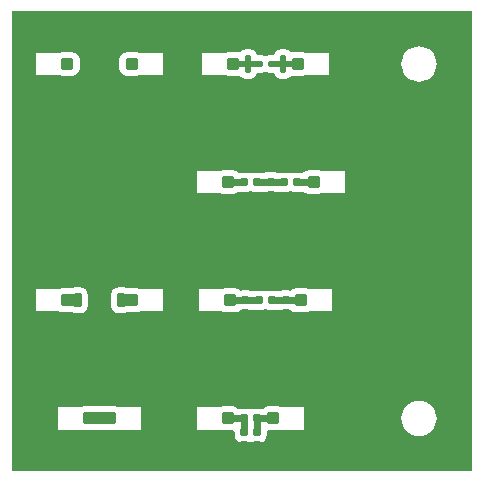
<source format=gtl>
G04*
G04 #@! TF.GenerationSoftware,Altium Limited,CircuitStudio,1.5.2 (30)*
G04*
G04 Layer_Physical_Order=1*
G04 Layer_Color=255*
%FSLAX24Y24*%
%MOIN*%
G70*
G01*
G75*
G04:AMPARAMS|DCode=10|XSize=19.7mil|YSize=19.7mil|CornerRadius=2.5mil|HoleSize=0mil|Usage=FLASHONLY|Rotation=0.000|XOffset=0mil|YOffset=0mil|HoleType=Round|Shape=RoundedRectangle|*
%AMROUNDEDRECTD10*
21,1,0.0197,0.0148,0,0,0.0*
21,1,0.0148,0.0197,0,0,0.0*
1,1,0.0049,0.0074,-0.0074*
1,1,0.0049,-0.0074,-0.0074*
1,1,0.0049,-0.0074,0.0074*
1,1,0.0049,0.0074,0.0074*
%
%ADD10ROUNDEDRECTD10*%
G04:AMPARAMS|DCode=11|XSize=19.7mil|YSize=19.7mil|CornerRadius=2.5mil|HoleSize=0mil|Usage=FLASHONLY|Rotation=270.000|XOffset=0mil|YOffset=0mil|HoleType=Round|Shape=RoundedRectangle|*
%AMROUNDEDRECTD11*
21,1,0.0197,0.0148,0,0,270.0*
21,1,0.0148,0.0197,0,0,270.0*
1,1,0.0049,-0.0074,-0.0074*
1,1,0.0049,-0.0074,0.0074*
1,1,0.0049,0.0074,0.0074*
1,1,0.0049,0.0074,-0.0074*
%
%ADD11ROUNDEDRECTD11*%
G04:AMPARAMS|DCode=12|XSize=41.3mil|YSize=86.6mil|CornerRadius=4.1mil|HoleSize=0mil|Usage=FLASHONLY|Rotation=270.000|XOffset=0mil|YOffset=0mil|HoleType=Round|Shape=RoundedRectangle|*
%AMROUNDEDRECTD12*
21,1,0.0413,0.0783,0,0,270.0*
21,1,0.0331,0.0866,0,0,270.0*
1,1,0.0083,-0.0392,-0.0165*
1,1,0.0083,-0.0392,0.0165*
1,1,0.0083,0.0392,0.0165*
1,1,0.0083,0.0392,-0.0165*
%
%ADD12ROUNDEDRECTD12*%
G04:AMPARAMS|DCode=13|XSize=39.4mil|YSize=41.3mil|CornerRadius=3.9mil|HoleSize=0mil|Usage=FLASHONLY|Rotation=270.000|XOffset=0mil|YOffset=0mil|HoleType=Round|Shape=RoundedRectangle|*
%AMROUNDEDRECTD13*
21,1,0.0394,0.0335,0,0,270.0*
21,1,0.0315,0.0413,0,0,270.0*
1,1,0.0079,-0.0167,-0.0157*
1,1,0.0079,-0.0167,0.0157*
1,1,0.0079,0.0167,0.0157*
1,1,0.0079,0.0167,-0.0157*
%
%ADD13ROUNDEDRECTD13*%
G04:AMPARAMS|DCode=14|XSize=41.3mil|YSize=86.6mil|CornerRadius=2.1mil|HoleSize=0mil|Usage=FLASHONLY|Rotation=270.000|XOffset=0mil|YOffset=0mil|HoleType=Round|Shape=RoundedRectangle|*
%AMROUNDEDRECTD14*
21,1,0.0413,0.0825,0,0,270.0*
21,1,0.0372,0.0866,0,0,270.0*
1,1,0.0041,-0.0412,-0.0186*
1,1,0.0041,-0.0412,0.0186*
1,1,0.0041,0.0412,0.0186*
1,1,0.0041,0.0412,-0.0186*
%
%ADD14ROUNDEDRECTD14*%
G04:AMPARAMS|DCode=15|XSize=39.4mil|YSize=41.3mil|CornerRadius=2mil|HoleSize=0mil|Usage=FLASHONLY|Rotation=270.000|XOffset=0mil|YOffset=0mil|HoleType=Round|Shape=RoundedRectangle|*
%AMROUNDEDRECTD15*
21,1,0.0394,0.0374,0,0,270.0*
21,1,0.0354,0.0413,0,0,270.0*
1,1,0.0039,-0.0187,-0.0177*
1,1,0.0039,-0.0187,0.0177*
1,1,0.0039,0.0187,0.0177*
1,1,0.0039,0.0187,-0.0177*
%
%ADD15ROUNDEDRECTD15*%
G04:AMPARAMS|DCode=16|XSize=27.6mil|YSize=23.6mil|CornerRadius=3mil|HoleSize=0mil|Usage=FLASHONLY|Rotation=0.000|XOffset=0mil|YOffset=0mil|HoleType=Round|Shape=RoundedRectangle|*
%AMROUNDEDRECTD16*
21,1,0.0276,0.0177,0,0,0.0*
21,1,0.0217,0.0236,0,0,0.0*
1,1,0.0059,0.0108,-0.0089*
1,1,0.0059,-0.0108,-0.0089*
1,1,0.0059,-0.0108,0.0089*
1,1,0.0059,0.0108,0.0089*
%
%ADD16ROUNDEDRECTD16*%
G04:AMPARAMS|DCode=17|XSize=27.6mil|YSize=23.6mil|CornerRadius=3mil|HoleSize=0mil|Usage=FLASHONLY|Rotation=270.000|XOffset=0mil|YOffset=0mil|HoleType=Round|Shape=RoundedRectangle|*
%AMROUNDEDRECTD17*
21,1,0.0276,0.0177,0,0,270.0*
21,1,0.0217,0.0236,0,0,270.0*
1,1,0.0059,-0.0089,-0.0108*
1,1,0.0059,-0.0089,0.0108*
1,1,0.0059,0.0089,0.0108*
1,1,0.0059,0.0089,-0.0108*
%
%ADD17ROUNDEDRECTD17*%
G04:AMPARAMS|DCode=18|XSize=19.7mil|YSize=19.7mil|CornerRadius=4.9mil|HoleSize=0mil|Usage=FLASHONLY|Rotation=0.000|XOffset=0mil|YOffset=0mil|HoleType=Round|Shape=RoundedRectangle|*
%AMROUNDEDRECTD18*
21,1,0.0197,0.0098,0,0,0.0*
21,1,0.0098,0.0197,0,0,0.0*
1,1,0.0098,0.0049,-0.0049*
1,1,0.0098,-0.0049,-0.0049*
1,1,0.0098,-0.0049,0.0049*
1,1,0.0098,0.0049,0.0049*
%
%ADD18ROUNDEDRECTD18*%
%ADD19C,0.0197*%
%ADD20C,0.0236*%
%ADD21C,0.0394*%
%ADD22C,0.0276*%
G36*
X15551Y197D02*
X197D01*
Y15551D01*
X15551D01*
Y197D01*
D02*
G37*
%LPC*%
G36*
X3868Y6343D02*
X3770D01*
X3674Y6324D01*
X3592Y6270D01*
X3538Y6189D01*
X3519Y6093D01*
Y5994D01*
X3520Y5989D01*
Y5822D01*
X3519Y5817D01*
Y5719D01*
X3538Y5623D01*
X3592Y5541D01*
X3674Y5487D01*
X3770Y5468D01*
X3868D01*
X3894Y5473D01*
X3909Y5473D01*
X4072Y5507D01*
X4370D01*
X4462Y5526D01*
X4471Y5531D01*
X5236D01*
Y6280D01*
X4471D01*
X4462Y6286D01*
X4370Y6304D01*
X4072D01*
X3909Y6338D01*
X3894Y6338D01*
X3868Y6343D01*
D02*
G37*
G36*
X13780Y2562D02*
X13664Y2551D01*
X13552Y2517D01*
X13450Y2462D01*
X13360Y2388D01*
X13286Y2298D01*
X13231Y2196D01*
X13198Y2084D01*
X13186Y1969D01*
X13198Y1853D01*
X13231Y1741D01*
X13286Y1639D01*
X13360Y1549D01*
X13450Y1475D01*
X13552Y1420D01*
X13664Y1387D01*
X13780Y1375D01*
X13895Y1387D01*
X14007Y1420D01*
X14109Y1475D01*
X14199Y1549D01*
X14273Y1639D01*
X14328Y1741D01*
X14362Y1853D01*
X14373Y1969D01*
X14362Y2084D01*
X14328Y2196D01*
X14273Y2298D01*
X14199Y2388D01*
X14109Y2462D01*
X14007Y2517D01*
X13895Y2551D01*
X13780Y2562D01*
D02*
G37*
G36*
X9094Y2367D02*
X8760D01*
X8668Y2349D01*
X8590Y2296D01*
X8583Y2286D01*
X8503D01*
X8494Y2288D01*
X8278D01*
X8189Y2270D01*
X8169Y2257D01*
X8149Y2270D01*
X8061Y2288D01*
X7844D01*
X7836Y2286D01*
X7756D01*
X7749Y2296D01*
X7671Y2349D01*
X7579Y2367D01*
X7244D01*
X7152Y2349D01*
X7143Y2343D01*
X6378D01*
Y1594D01*
X7143D01*
X7152Y1589D01*
X7244Y1570D01*
X7579D01*
X7633Y1525D01*
Y1407D01*
X7651Y1319D01*
X7701Y1244D01*
X7776Y1194D01*
X7864Y1177D01*
X8041D01*
X8130Y1194D01*
X8169Y1221D01*
X8209Y1194D01*
X8297Y1177D01*
X8474D01*
X8563Y1194D01*
X8638Y1244D01*
X8688Y1319D01*
X8705Y1407D01*
Y1525D01*
X8760Y1570D01*
X9094D01*
X9187Y1589D01*
X9196Y1594D01*
X9961D01*
Y2343D01*
X9196D01*
X9187Y2349D01*
X9094Y2367D01*
D02*
G37*
G36*
X3642D02*
X3307D01*
X3301Y2366D01*
X2959D01*
X2953Y2367D01*
X2618D01*
X2526Y2349D01*
X2517Y2343D01*
X1752D01*
Y1594D01*
X2517D01*
X2526Y1589D01*
X2618Y1570D01*
X2953D01*
X2959Y1571D01*
X3301D01*
X3307Y1570D01*
X3642D01*
X3734Y1589D01*
X3743Y1594D01*
X4508D01*
Y2343D01*
X3743D01*
X3734Y2349D01*
X3642Y2367D01*
D02*
G37*
G36*
X2490Y6343D02*
X2392D01*
X2366Y6338D01*
X2350Y6338D01*
X2187Y6304D01*
X1890D01*
X1798Y6286D01*
X1789Y6280D01*
X1024D01*
Y5531D01*
X1789D01*
X1798Y5526D01*
X1890Y5507D01*
X2187D01*
X2350Y5473D01*
X2366Y5473D01*
X2392Y5468D01*
X2490D01*
X2586Y5487D01*
X2668Y5541D01*
X2722Y5623D01*
X2741Y5719D01*
Y5817D01*
X2740Y5822D01*
Y5989D01*
X2741Y5994D01*
Y6093D01*
X2722Y6189D01*
X2668Y6270D01*
X2586Y6324D01*
X2490Y6343D01*
D02*
G37*
G36*
X2224Y14178D02*
X1890D01*
X1798Y14160D01*
X1789Y14154D01*
X1024D01*
Y13406D01*
X1789D01*
X1798Y13400D01*
X1890Y13381D01*
X2224D01*
X2317Y13400D01*
X2395Y13452D01*
X2447Y13530D01*
X2465Y13622D01*
Y13937D01*
X2447Y14029D01*
X2395Y14107D01*
X2317Y14160D01*
X2224Y14178D01*
D02*
G37*
G36*
X4370D02*
X4035D01*
X3943Y14160D01*
X3865Y14107D01*
X3813Y14029D01*
X3795Y13937D01*
Y13622D01*
X3813Y13530D01*
X3865Y13452D01*
X3943Y13400D01*
X4035Y13381D01*
X4370D01*
X4462Y13400D01*
X4471Y13406D01*
X5236D01*
Y14154D01*
X4471D01*
X4462Y14160D01*
X4370Y14178D01*
D02*
G37*
G36*
X9326Y14276D02*
X9178D01*
X9092Y14259D01*
X9018Y14210D01*
X8970Y14137D01*
X8958Y14077D01*
X8941D01*
X8932Y14079D01*
X8784D01*
X8698Y14062D01*
X8661Y14037D01*
X8625Y14062D01*
X8538Y14079D01*
X8391D01*
X8382Y14077D01*
X8365D01*
X8353Y14137D01*
X8304Y14210D01*
X8231Y14259D01*
X8145Y14276D01*
X7997D01*
X7911Y14259D01*
X7837Y14210D01*
X7807Y14164D01*
X7736Y14178D01*
X7402D01*
X7309Y14160D01*
X7300Y14154D01*
X6535D01*
Y13406D01*
X7300D01*
X7309Y13400D01*
X7402Y13381D01*
X7736D01*
X7807Y13395D01*
X7837Y13349D01*
X7911Y13300D01*
X7997Y13283D01*
X8145D01*
X8231Y13300D01*
X8304Y13349D01*
X8353Y13422D01*
X8365Y13482D01*
X8382D01*
X8391Y13480D01*
X8538D01*
X8625Y13497D01*
X8661Y13522D01*
X8698Y13497D01*
X8784Y13480D01*
X8932D01*
X8941Y13482D01*
X8958D01*
X8970Y13422D01*
X9018Y13349D01*
X9092Y13300D01*
X9178Y13283D01*
X9326D01*
X9412Y13300D01*
X9485Y13349D01*
X9516Y13395D01*
X9587Y13381D01*
X9921D01*
X10013Y13400D01*
X10022Y13406D01*
X10787D01*
Y14154D01*
X10022D01*
X10013Y14160D01*
X9921Y14178D01*
X9587D01*
X9516Y14164D01*
X9485Y14210D01*
X9412Y14259D01*
X9326Y14276D01*
D02*
G37*
G36*
X10020Y6304D02*
X9685D01*
X9593Y6286D01*
X9515Y6233D01*
X9510Y6226D01*
X9508Y6227D01*
X9419Y6245D01*
X9242D01*
X9154Y6227D01*
X9148Y6223D01*
X8995Y6223D01*
X8986Y6225D01*
X8770D01*
X8681Y6207D01*
X8661Y6194D01*
X8641Y6207D01*
X8553Y6225D01*
X8337D01*
X8328Y6223D01*
X8175Y6223D01*
X8169Y6227D01*
X8081Y6245D01*
X7904D01*
X7815Y6227D01*
X7813Y6226D01*
X7808Y6233D01*
X7730Y6286D01*
X7638Y6304D01*
X7303D01*
X7211Y6286D01*
X7202Y6280D01*
X6437D01*
Y5531D01*
X7202D01*
X7211Y5526D01*
X7303Y5507D01*
X7638D01*
X7730Y5526D01*
X7808Y5578D01*
X7813Y5585D01*
X7815Y5584D01*
X7904Y5566D01*
X8081D01*
X8169Y5584D01*
X8175Y5588D01*
X8328Y5588D01*
X8337Y5586D01*
X8553D01*
X8641Y5604D01*
X8661Y5617D01*
X8681Y5604D01*
X8770Y5586D01*
X8986D01*
X8995Y5588D01*
X9148Y5588D01*
X9154Y5584D01*
X9242Y5566D01*
X9419D01*
X9508Y5584D01*
X9510Y5585D01*
X9515Y5578D01*
X9593Y5526D01*
X9685Y5507D01*
X10020D01*
X10112Y5526D01*
X10121Y5531D01*
X10886D01*
Y6280D01*
X10121D01*
X10112Y6286D01*
X10020Y6304D01*
D02*
G37*
G36*
X10433Y10241D02*
X10098D01*
X10006Y10223D01*
X9928Y10170D01*
X9921Y10160D01*
X9841D01*
X9833Y10162D01*
X9616D01*
X9528Y10144D01*
X9508Y10131D01*
X9488Y10144D01*
X9400Y10162D01*
X9183D01*
X9174Y10160D01*
X9021Y10160D01*
X9015Y10164D01*
X8927Y10182D01*
X8750D01*
X8662Y10164D01*
X8656Y10160D01*
X8503Y10160D01*
X8494Y10162D01*
X8278D01*
X8189Y10144D01*
X8169Y10131D01*
X8149Y10144D01*
X8061Y10162D01*
X7844D01*
X7836Y10160D01*
X7756D01*
X7749Y10170D01*
X7671Y10223D01*
X7579Y10241D01*
X7244D01*
X7152Y10223D01*
X7143Y10217D01*
X6378D01*
Y9469D01*
X7143D01*
X7152Y9463D01*
X7244Y9444D01*
X7579D01*
X7671Y9463D01*
X7749Y9515D01*
X7756Y9525D01*
X7836D01*
X7844Y9523D01*
X8061D01*
X8149Y9541D01*
X8169Y9554D01*
X8189Y9541D01*
X8278Y9523D01*
X8494D01*
X8503Y9525D01*
X8656Y9525D01*
X8662Y9521D01*
X8750Y9503D01*
X8927D01*
X9015Y9521D01*
X9021Y9525D01*
X9174Y9525D01*
X9183Y9523D01*
X9400D01*
X9488Y9541D01*
X9508Y9554D01*
X9528Y9541D01*
X9616Y9523D01*
X9833D01*
X9841Y9525D01*
X9921D01*
X9928Y9515D01*
X10006Y9463D01*
X10098Y9444D01*
X10433D01*
X10525Y9463D01*
X10534Y9469D01*
X11299D01*
Y10217D01*
X10534D01*
X10525Y10223D01*
X10433Y10241D01*
D02*
G37*
G36*
X13780Y14373D02*
X13664Y14362D01*
X13552Y14328D01*
X13450Y14273D01*
X13360Y14199D01*
X13286Y14109D01*
X13231Y14007D01*
X13198Y13895D01*
X13186Y13780D01*
X13198Y13664D01*
X13231Y13552D01*
X13286Y13450D01*
X13360Y13360D01*
X13450Y13286D01*
X13552Y13231D01*
X13664Y13198D01*
X13780Y13186D01*
X13895Y13198D01*
X14007Y13231D01*
X14109Y13286D01*
X14199Y13360D01*
X14273Y13450D01*
X14328Y13552D01*
X14362Y13664D01*
X14373Y13780D01*
X14362Y13895D01*
X14328Y14007D01*
X14273Y14109D01*
X14199Y14199D01*
X14109Y14273D01*
X14007Y14328D01*
X13895Y14362D01*
X13780Y14373D01*
D02*
G37*
%LPD*%
G36*
X4055Y6102D02*
Y5709D01*
X3868Y5669D01*
X3770D01*
X3720Y5719D01*
Y6093D01*
X3770Y6142D01*
X3868D01*
X4055Y6102D01*
D02*
G37*
G36*
X2539Y6093D02*
Y5719D01*
X2490Y5669D01*
X2392D01*
X2205Y5709D01*
Y6102D01*
X2392Y6142D01*
X2490D01*
X2539Y6093D01*
D02*
G37*
D10*
X8071Y13189D02*
D03*
Y13583D02*
D03*
X9252Y14370D02*
D03*
Y13976D02*
D03*
X9252Y13189D02*
D03*
Y13583D02*
D03*
X8071Y14370D02*
D03*
Y13976D02*
D03*
D11*
X8465Y13780D02*
D03*
X8858D02*
D03*
D12*
X10354Y13199D02*
D03*
Y14360D02*
D03*
X6969D02*
D03*
Y13199D02*
D03*
X4803D02*
D03*
Y14360D02*
D03*
X1457D02*
D03*
Y13199D02*
D03*
X10866Y9262D02*
D03*
Y10423D02*
D03*
X6811D02*
D03*
Y9262D02*
D03*
X10453Y5325D02*
D03*
Y6486D02*
D03*
X6870D02*
D03*
Y5325D02*
D03*
X4803D02*
D03*
Y6486D02*
D03*
X1457D02*
D03*
Y5325D02*
D03*
X9528Y1388D02*
D03*
Y2549D02*
D03*
X6811D02*
D03*
Y1388D02*
D03*
X4075D02*
D03*
Y2549D02*
D03*
X2185D02*
D03*
Y1388D02*
D03*
D13*
X9754Y13780D02*
D03*
X7569D02*
D03*
X4203D02*
D03*
X2057D02*
D03*
X10266Y9843D02*
D03*
X7411D02*
D03*
X9852Y5906D02*
D03*
X7470D02*
D03*
X4203D02*
D03*
X2057D02*
D03*
X8927Y1969D02*
D03*
X7411D02*
D03*
X3474D02*
D03*
X2785D02*
D03*
D14*
X4803Y9272D02*
D03*
Y10413D02*
D03*
X1457D02*
D03*
Y9272D02*
D03*
D15*
X4193Y9843D02*
D03*
X2067D02*
D03*
D16*
X9291D02*
D03*
X9724D02*
D03*
X7953D02*
D03*
X8386D02*
D03*
X8878Y5906D02*
D03*
X8445D02*
D03*
X8386Y1969D02*
D03*
X7953D02*
D03*
D17*
X8839Y9843D02*
D03*
Y9409D02*
D03*
X9331Y5906D02*
D03*
Y5472D02*
D03*
X7992Y5906D02*
D03*
Y5472D02*
D03*
X8386Y1516D02*
D03*
Y1083D02*
D03*
X7953Y1516D02*
D03*
Y1083D02*
D03*
D18*
X3819Y6043D02*
D03*
Y6437D02*
D03*
X2441Y5768D02*
D03*
Y5374D02*
D03*
X3819Y5768D02*
D03*
Y5374D02*
D03*
X2441Y6043D02*
D03*
Y6437D02*
D03*
D19*
X9252Y13780D02*
X9754D01*
X8858D02*
X9252D01*
X9252Y13976D01*
X9252Y13583D02*
X9252Y13780D01*
X8071D02*
X8465D01*
X7569D02*
X8071D01*
X8071Y13976D01*
X8071Y13583D02*
X8071Y13780D01*
D20*
X9724Y9843D02*
X10266D01*
X8839Y9843D02*
X9291Y9843D01*
X8386D02*
X8839Y9843D01*
X7411Y9843D02*
X7953D01*
X9331Y5906D02*
X9852Y5906D01*
X8878D02*
X9331Y5906D01*
X7470Y5906D02*
X7992Y5906D01*
X8445Y5906D01*
X7953Y1516D02*
X7953Y1969D01*
X8386Y1516D02*
Y1969D01*
X8927D01*
X7411D02*
X7953D01*
D21*
X2785D02*
X3474D01*
D22*
X9567Y14409D02*
D03*
X7963Y728D02*
D03*
X8396D02*
D03*
X9341Y5118D02*
D03*
X8996Y5453D02*
D03*
X8327Y5443D02*
D03*
X7992Y5118D02*
D03*
X8504Y9380D02*
D03*
X9173Y9390D02*
D03*
X8071Y12874D02*
D03*
X8386Y13150D02*
D03*
X8937D02*
D03*
X9252Y12874D02*
D03*
Y14685D02*
D03*
X8937Y14409D02*
D03*
X8081Y14685D02*
D03*
X8386Y14409D02*
D03*
X3140Y5207D02*
D03*
Y6604D02*
D03*
X3150Y5906D02*
D03*
Y2579D02*
D03*
X3140Y1181D02*
D03*
X8898Y2756D02*
D03*
X8858Y1191D02*
D03*
X7756Y14409D02*
D03*
X9567Y13150D02*
D03*
X9843Y5118D02*
D03*
X7480D02*
D03*
X7756Y13150D02*
D03*
X9843Y9055D02*
D03*
X9055D02*
D03*
X8268D02*
D03*
X7480D02*
D03*
Y2756D02*
D03*
Y1181D02*
D03*
X15354Y1969D02*
D03*
X14567D02*
D03*
X12992D02*
D03*
X12205D02*
D03*
X11417D02*
D03*
X10630D02*
D03*
X8268Y2756D02*
D03*
X10630D02*
D03*
X11417D02*
D03*
X12205D02*
D03*
X12992D02*
D03*
X13780D02*
D03*
X14567D02*
D03*
X15354D02*
D03*
Y3543D02*
D03*
X14567D02*
D03*
X12992D02*
D03*
X13780D02*
D03*
X12205D02*
D03*
X11417D02*
D03*
X9843D02*
D03*
X10630D02*
D03*
X9055D02*
D03*
X8268D02*
D03*
X7480D02*
D03*
X6693D02*
D03*
Y4331D02*
D03*
X7480D02*
D03*
X8268D02*
D03*
X9055D02*
D03*
X10630D02*
D03*
X9843D02*
D03*
X11417D02*
D03*
X12205D02*
D03*
X12992D02*
D03*
X13780D02*
D03*
X14567D02*
D03*
X15354D02*
D03*
Y5118D02*
D03*
X14567D02*
D03*
X13780D02*
D03*
X12992D02*
D03*
X12205D02*
D03*
X11417D02*
D03*
Y5906D02*
D03*
X12205D02*
D03*
X12992D02*
D03*
X14567D02*
D03*
X13780D02*
D03*
X15354D02*
D03*
Y6693D02*
D03*
X14567D02*
D03*
X13780D02*
D03*
X12992D02*
D03*
X12205D02*
D03*
X11417D02*
D03*
X9843D02*
D03*
X7480D02*
D03*
X9055D02*
D03*
X8268D02*
D03*
X6693Y7480D02*
D03*
X7480D02*
D03*
X8268D02*
D03*
X9055D02*
D03*
X9843D02*
D03*
X10630D02*
D03*
X11417D02*
D03*
X12992D02*
D03*
X12205D02*
D03*
X13780D02*
D03*
X14567D02*
D03*
X15354D02*
D03*
X14567Y8268D02*
D03*
X12992D02*
D03*
X13780D02*
D03*
X12205D02*
D03*
X10630D02*
D03*
X11417D02*
D03*
X9843D02*
D03*
X8268D02*
D03*
X9055D02*
D03*
X7480D02*
D03*
X6693D02*
D03*
X12205Y9055D02*
D03*
X12992D02*
D03*
X14567D02*
D03*
X13780D02*
D03*
X15354D02*
D03*
Y8268D02*
D03*
X12205Y9843D02*
D03*
X13780D02*
D03*
X12992D02*
D03*
X14567D02*
D03*
X15354D02*
D03*
Y10630D02*
D03*
X14567D02*
D03*
X13780D02*
D03*
X12992D02*
D03*
X12205D02*
D03*
X7480D02*
D03*
X9843D02*
D03*
X9055D02*
D03*
X8268D02*
D03*
X6693Y11417D02*
D03*
X7480D02*
D03*
X8268D02*
D03*
X9055D02*
D03*
X9843D02*
D03*
X10630D02*
D03*
X12205D02*
D03*
X11417D02*
D03*
X12992D02*
D03*
X13780D02*
D03*
X14567D02*
D03*
X15354D02*
D03*
Y12205D02*
D03*
X14567D02*
D03*
X13780D02*
D03*
X12992D02*
D03*
X11417D02*
D03*
X12205D02*
D03*
X10630D02*
D03*
X9843D02*
D03*
X9055D02*
D03*
X8268D02*
D03*
X7480D02*
D03*
X6693D02*
D03*
X13780Y12992D02*
D03*
X14567D02*
D03*
X15354D02*
D03*
X14567Y13780D02*
D03*
X15354D02*
D03*
Y14567D02*
D03*
X14567D02*
D03*
X13780D02*
D03*
X12992D02*
D03*
Y13780D02*
D03*
Y12992D02*
D03*
X12205D02*
D03*
Y13780D02*
D03*
Y14567D02*
D03*
X11417Y12992D02*
D03*
Y13780D02*
D03*
Y14567D02*
D03*
X6693Y15354D02*
D03*
X7480D02*
D03*
X8268D02*
D03*
X9055D02*
D03*
X9843D02*
D03*
X10630D02*
D03*
X11417D02*
D03*
X12992D02*
D03*
X12205D02*
D03*
X13780D02*
D03*
X14567D02*
D03*
X15354D02*
D03*
X3543Y14567D02*
D03*
X2756D02*
D03*
Y13780D02*
D03*
X3543D02*
D03*
Y12992D02*
D03*
X2756D02*
D03*
X394D02*
D03*
Y13780D02*
D03*
Y14567D02*
D03*
Y15354D02*
D03*
X1181D02*
D03*
X1969D02*
D03*
X2756D02*
D03*
X3543D02*
D03*
X4331D02*
D03*
X5118D02*
D03*
X5906D02*
D03*
Y14567D02*
D03*
Y13780D02*
D03*
Y12992D02*
D03*
Y12205D02*
D03*
X5118D02*
D03*
X4331D02*
D03*
X3543D02*
D03*
X2756D02*
D03*
X1969D02*
D03*
X1181D02*
D03*
X394D02*
D03*
X3543Y10630D02*
D03*
X2756D02*
D03*
Y9843D02*
D03*
X3543D02*
D03*
Y9055D02*
D03*
X2756D02*
D03*
X394D02*
D03*
Y9843D02*
D03*
Y10630D02*
D03*
Y11417D02*
D03*
X1181D02*
D03*
X1969D02*
D03*
X2756D02*
D03*
X3543D02*
D03*
X4331D02*
D03*
X5118D02*
D03*
X5906D02*
D03*
Y10630D02*
D03*
Y9843D02*
D03*
Y9055D02*
D03*
Y8268D02*
D03*
X5118D02*
D03*
X4331D02*
D03*
X3543D02*
D03*
X2756D02*
D03*
X1969D02*
D03*
X1181D02*
D03*
X394D02*
D03*
X5906Y6693D02*
D03*
Y5906D02*
D03*
Y7480D02*
D03*
X5118D02*
D03*
X3543D02*
D03*
X4331D02*
D03*
X2756D02*
D03*
X1969D02*
D03*
X1181D02*
D03*
X394D02*
D03*
Y6693D02*
D03*
Y5906D02*
D03*
Y5118D02*
D03*
Y4331D02*
D03*
X1181D02*
D03*
X1969D02*
D03*
X2756D02*
D03*
X3543D02*
D03*
X4331D02*
D03*
X5118D02*
D03*
X5906D02*
D03*
Y5118D02*
D03*
Y3543D02*
D03*
Y2756D02*
D03*
Y1969D02*
D03*
X5118D02*
D03*
Y2756D02*
D03*
Y3543D02*
D03*
X4331D02*
D03*
X3543D02*
D03*
X2756D02*
D03*
X1969D02*
D03*
X1181D02*
D03*
X394D02*
D03*
Y2756D02*
D03*
X1181D02*
D03*
Y1969D02*
D03*
X394D02*
D03*
Y1181D02*
D03*
X1181D02*
D03*
X5118D02*
D03*
X5906D02*
D03*
X10630D02*
D03*
X11417D02*
D03*
X12205D02*
D03*
X12992D02*
D03*
X13780D02*
D03*
X14567D02*
D03*
X15354D02*
D03*
Y394D02*
D03*
X14567D02*
D03*
X13780D02*
D03*
X12992D02*
D03*
X12205D02*
D03*
X11417D02*
D03*
X10630D02*
D03*
X9843D02*
D03*
X9055D02*
D03*
X8268D02*
D03*
X7480D02*
D03*
X6693D02*
D03*
X5906D02*
D03*
X5118D02*
D03*
X4331D02*
D03*
X3543D02*
D03*
X2756D02*
D03*
X1969D02*
D03*
X1181D02*
D03*
X394D02*
D03*
M02*

</source>
